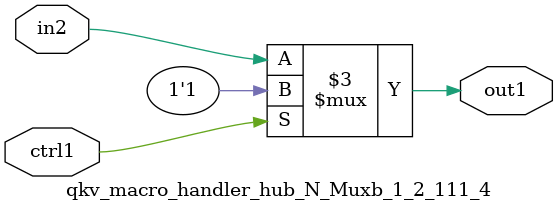
<source format=v>

`timescale 1ps / 1ps


module qkv_macro_handler_hub_N_Muxb_1_2_111_4( in2, ctrl1, out1 );

    input in2;
    input ctrl1;
    output out1;
    reg out1;

    
    // rtl_process:qkv_macro_handler_hub_N_Muxb_1_2_111_4/qkv_macro_handler_hub_N_Muxb_1_2_111_4_thread_1
    always @*
      begin : qkv_macro_handler_hub_N_Muxb_1_2_111_4_thread_1
        case (ctrl1) 
          1'b1: 
            begin
              out1 = 1'b1;
            end
          default: 
            begin
              out1 = in2;
            end
        endcase
      end

endmodule



</source>
